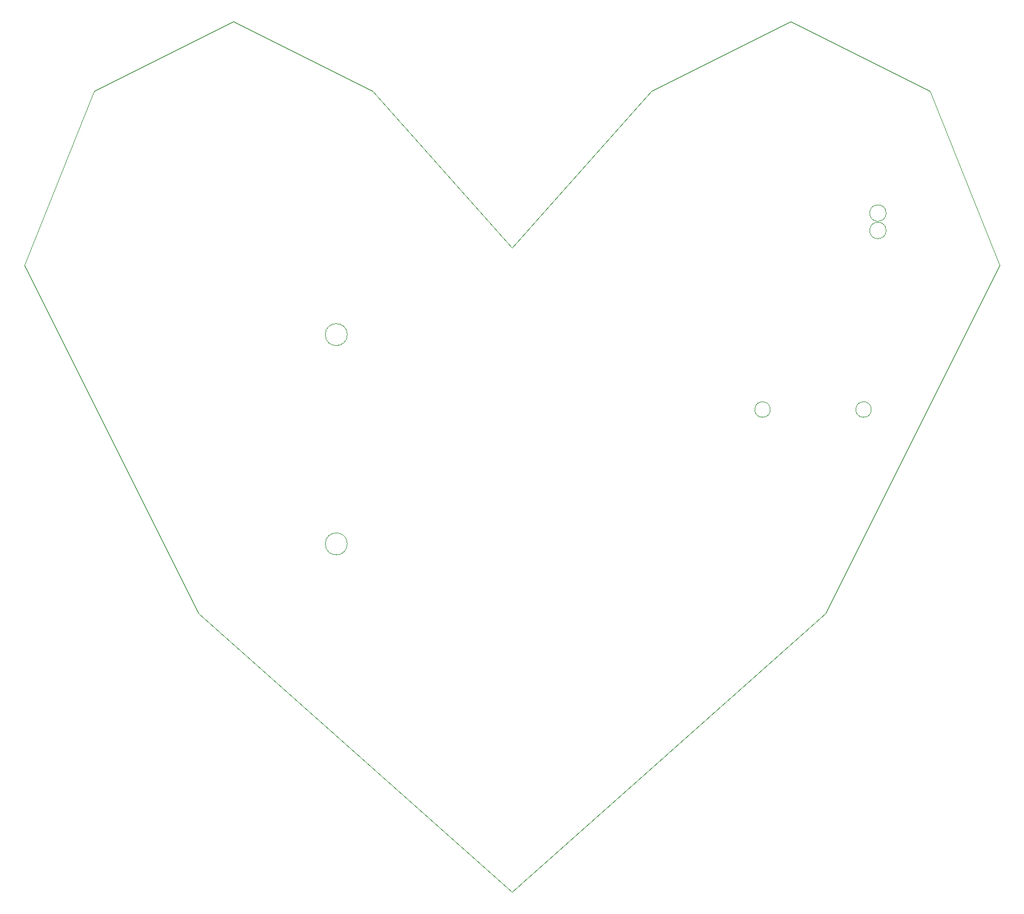
<source format=gbr>
%TF.GenerationSoftware,KiCad,Pcbnew,8.0.3*%
%TF.CreationDate,2024-07-21T14:24:04+02:00*%
%TF.ProjectId,eirini,65697269-6e69-42e6-9b69-6361645f7063,1.0*%
%TF.SameCoordinates,Original*%
%TF.FileFunction,Profile,NP*%
%FSLAX46Y46*%
G04 Gerber Fmt 4.6, Leading zero omitted, Abs format (unit mm)*
G04 Created by KiCad (PCBNEW 8.0.3) date 2024-07-21 14:24:04*
%MOMM*%
%LPD*%
G01*
G04 APERTURE LIST*
%TA.AperFunction,Profile*%
%ADD10C,0.050000*%
%TD*%
G04 APERTURE END LIST*
D10*
X66040000Y-25400000D02*
X86360000Y-48260000D01*
X132080000Y-101600000D02*
X86360000Y-142240000D01*
X45720000Y-15240000D02*
X25400000Y-25400000D01*
X140900000Y-43180000D02*
G75*
G02*
X138500000Y-43180000I-1200000J0D01*
G01*
X138500000Y-43180000D02*
G75*
G02*
X140900000Y-43180000I1200000J0D01*
G01*
X147320000Y-25400000D02*
X157480000Y-50800000D01*
X40640000Y-101600000D02*
X15240000Y-50800000D01*
X86360000Y-48260000D02*
X106680000Y-25400000D01*
X157480000Y-50800000D02*
X132080000Y-101600000D01*
X106680000Y-25400000D02*
X127000000Y-15240000D01*
X140900000Y-45720000D02*
G75*
G02*
X138500000Y-45720000I-1200000J0D01*
G01*
X138500000Y-45720000D02*
G75*
G02*
X140900000Y-45720000I1200000J0D01*
G01*
X25400000Y-25400000D02*
X15240000Y-50800000D01*
X127000000Y-15240000D02*
X147320000Y-25400000D01*
X86360000Y-142240000D02*
X40640000Y-101600000D01*
X45720000Y-15240000D02*
X66040000Y-25400000D01*
%TO.C,SD1*%
X124010002Y-71843332D02*
G75*
G02*
X121743336Y-71843332I-1133333J0D01*
G01*
X121743336Y-71843332D02*
G75*
G02*
X124010002Y-71843332I1133333J0D01*
G01*
X138743331Y-71843332D02*
G75*
G02*
X136476665Y-71843332I-1133333J0D01*
G01*
X136476665Y-71843332D02*
G75*
G02*
X138743331Y-71843332I1133333J0D01*
G01*
%TO.C,TFT1*%
X62308775Y-60911774D02*
G75*
G02*
X59103225Y-60911774I-1602775J0D01*
G01*
X59103225Y-60911774D02*
G75*
G02*
X62308775Y-60911774I1602775J0D01*
G01*
X62308775Y-91440000D02*
G75*
G02*
X59103225Y-91440000I-1602775J0D01*
G01*
X59103225Y-91440000D02*
G75*
G02*
X62308775Y-91440000I1602775J0D01*
G01*
%TD*%
M02*

</source>
